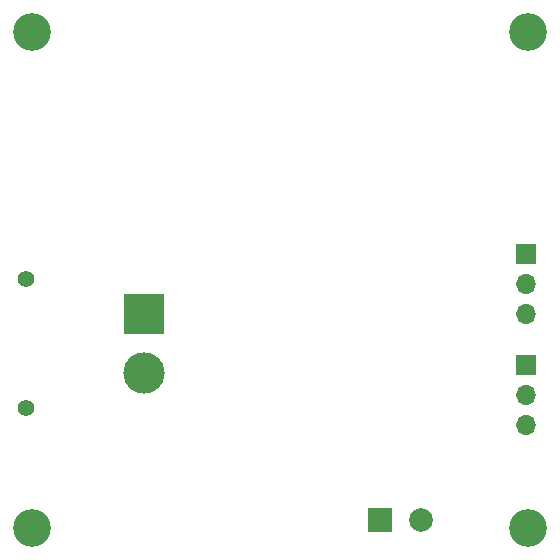
<source format=gbr>
%TF.GenerationSoftware,KiCad,Pcbnew,8.0.4*%
%TF.CreationDate,2025-01-29T17:32:31-05:00*%
%TF.ProjectId,EauRouge,45617552-6f75-4676-952e-6b696361645f,rev?*%
%TF.SameCoordinates,Original*%
%TF.FileFunction,Soldermask,Bot*%
%TF.FilePolarity,Negative*%
%FSLAX46Y46*%
G04 Gerber Fmt 4.6, Leading zero omitted, Abs format (unit mm)*
G04 Created by KiCad (PCBNEW 8.0.4) date 2025-01-29 17:32:31*
%MOMM*%
%LPD*%
G01*
G04 APERTURE LIST*
%ADD10C,3.200000*%
%ADD11R,1.700000X1.700000*%
%ADD12O,1.700000X1.700000*%
%ADD13C,1.400000*%
%ADD14R,3.500000X3.500000*%
%ADD15C,3.500000*%
%ADD16R,2.000000X2.000000*%
%ADD17C,2.000000*%
G04 APERTURE END LIST*
D10*
%TO.C,H3*%
X146000000Y-104000000D03*
%TD*%
D11*
%TO.C,J4*%
X145825000Y-122825000D03*
D12*
X145825000Y-125365000D03*
X145825000Y-127905000D03*
%TD*%
D13*
%TO.C,J1*%
X103475000Y-135900000D03*
X103475000Y-124900000D03*
D14*
X113475000Y-127900000D03*
D15*
X113475000Y-132900000D03*
%TD*%
D10*
%TO.C,H2*%
X104000000Y-104000000D03*
%TD*%
D16*
%TO.C,J3*%
X133450000Y-145350000D03*
D17*
X136950000Y-145350000D03*
%TD*%
D10*
%TO.C,H4*%
X146000000Y-146000000D03*
%TD*%
%TO.C,H1*%
X104000000Y-146000000D03*
%TD*%
D11*
%TO.C,J5*%
X145825000Y-132225000D03*
D12*
X145825000Y-134765000D03*
X145825000Y-137305000D03*
%TD*%
M02*

</source>
